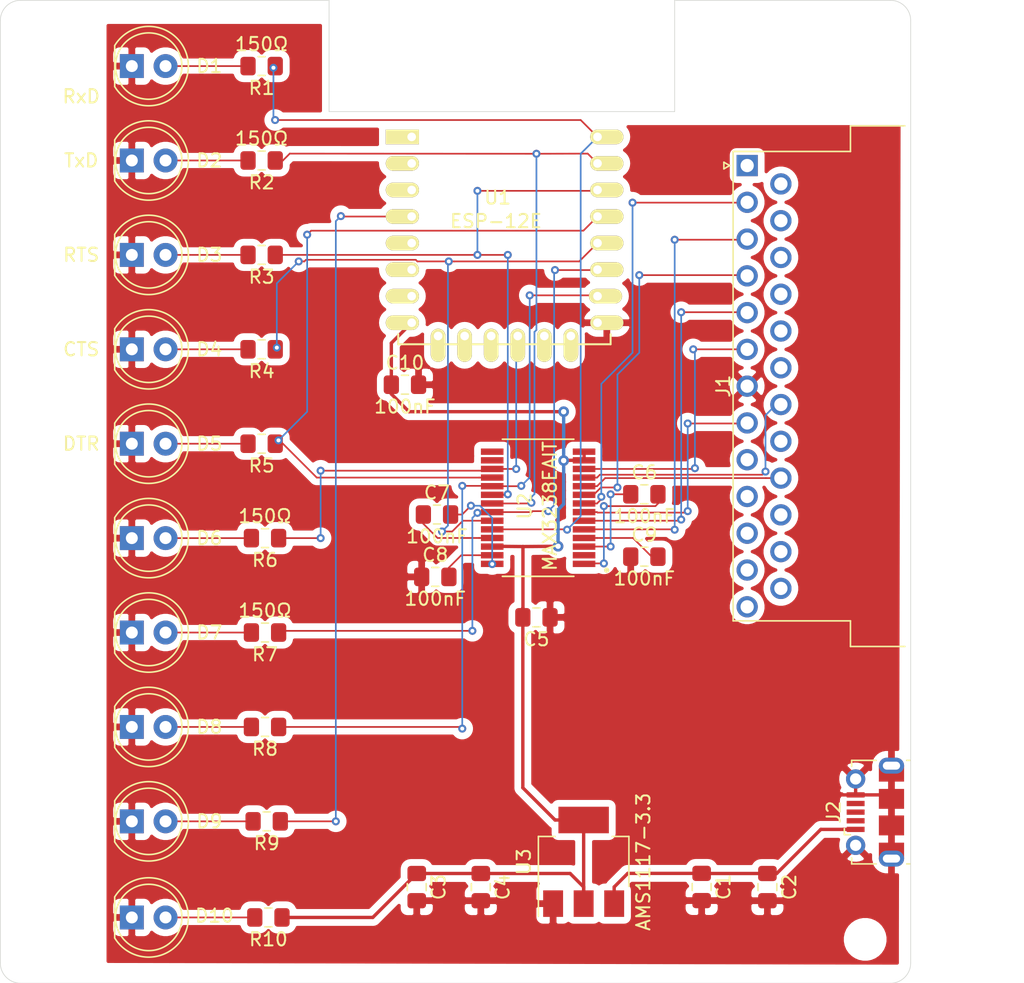
<source format=kicad_pcb>
(kicad_pcb (version 20171130) (host pcbnew "(5.1.5-0-10_14)")
  (layers (0 F.Cu signal) (31 B.Cu signal) (34 B.Paste user) (35 F.Paste user) (36 B.SilkS user) (37 F.SilkS user) (38 B.Mask user) (39 F.Mask user) (44 Edge.Cuts user))
  (net 0 "")
  (net 1 "Net-(D1-Pad2)")
  (net 2 GND)
  (net 3 "Net-(D2-Pad2)")
  (net 4 "Net-(D3-Pad2)")
  (net 5 "Net-(D4-Pad2)")
  (net 6 "Net-(D5-Pad2)")
  (net 7 "Net-(D6-Pad2)")
  (net 8 "Net-(D7-Pad2)")
  (net 9 "Net-(D8-Pad2)")
  (net 10 /TxD)
  (net 11 "Net-(J1-Pad1)")
  (net 12 /RxD)
  (net 13 /RTS)
  (net 14 /CTS)
  (net 15 /DTR)
  (net 16 /DSR)
  (net 17 /CD)
  (net 18 /RI)
  (net 19 "Net-(U1-Pad3)")
  (net 20 "Net-(U1-Pad1)")
  (net 21 "Net-(J1-Pad2)")
  (net 22 "Net-(J1-Pad6)")
  (net 23 "Net-(J1-Pad20)")
  (net 24 "Net-(J1-Pad22)")
  (net 25 "Net-(J1-Pad4)")
  (net 26 "Net-(J1-Pad8)")
  (net 27 "Net-(J1-Pad5)")
  (net 28 "Net-(J1-Pad3)")
  (net 29 "Net-(J1-Pad25)")
  (net 30 "Net-(J1-Pad24)")
  (net 31 "Net-(J1-Pad23)")
  (net 32 "Net-(J1-Pad21)")
  (net 33 "Net-(J1-Pad19)")
  (net 34 "Net-(J1-Pad18)")
  (net 35 "Net-(J1-Pad17)")
  (net 36 "Net-(J1-Pad16)")
  (net 37 "Net-(J1-Pad15)")
  (net 38 "Net-(J1-Pad14)")
  (net 39 "Net-(J1-Pad13)")
  (net 40 "Net-(J1-Pad12)")
  (net 41 "Net-(J1-Pad11)")
  (net 42 "Net-(J1-Pad10)")
  (net 43 "Net-(J1-Pad9)")
  (net 44 "Net-(C1-Pad1)")
  (net 45 +3V3)
  (net 46 "Net-(C6-Pad2)")
  (net 47 "Net-(C6-Pad1)")
  (net 48 "Net-(C8-Pad2)")
  (net 49 "Net-(C9-Pad2)")
  (net 50 "Net-(D9-Pad2)")
  (net 51 "Net-(D10-Pad2)")
  (net 52 "Net-(J2-Pad3)")
  (net 53 "Net-(J2-Pad4)")
  (net 54 "Net-(J2-Pad2)")
  (net 55 "Net-(U1-Pad22)")
  (net 56 "Net-(U1-Pad21)")
  (net 57 "Net-(U1-Pad19)")
  (net 58 "Net-(U1-Pad18)")
  (net 59 "Net-(U1-Pad17)")
  (net 60 "Net-(U1-Pad7)")
  (net 61 "Net-(U1-Pad6)")
  (net 62 "Net-(U1-Pad5)")
  (net 63 "Net-(U1-Pad2)")
  (net 64 "Net-(U2-Pad16)")
  (net 65 "Net-(U2-Pad15)")
  (net 66 "Net-(R9-Pad1)")
  (net 67 "Net-(C7-Pad2)")
  (net 68 "Net-(C7-Pad1)")
  (module MountingHole:MountingHole_2.2mm_M2_DIN965 (layer F.Cu) (at 175.768 66.548)
    (fp_text reference REF** hide)
    (fp_text value MountingHole_2.2mm_M2_DIN965 hide)
    (pad 1 np_thru_hole circle (at 0 0) (size 2.2 2.2) (drill 2.2) (layers *.Cu *.Mask))
  )
  (module MountingHole:MountingHole_2.2mm_M2_DIN965 (layer F.Cu) (at 114.3 67.056)
    (fp_text reference REF** hide)
    (fp_text value MountingHole_2.2mm_M2_DIN965 hide)
    (pad 1 np_thru_hole circle (at 0 0) (size 2.2 2.2) (drill 2.2) (layers *.Cu *.Mask))
  )
  (module MountingHole:MountingHole_2.2mm_M2_DIN965 (layer F.Cu) (at 113.792 134.112)
    (fp_text reference REF** hide)
    (fp_text value MountingHole_2.2mm_M2_DIN965 hide)
    (pad 1 np_thru_hole circle (at 0 0) (size 2.2 2.2) (drill 2.2) (layers *.Cu *.Mask))
  )
  (module MountingHole:MountingHole_2.2mm_M2_DIN965 (layer F.Cu) (at 175.768 134.112)
    (fp_text reference REF** hide)
    (fp_text value MountingHole_2.2mm_M2_DIN965 hide)
    (pad 1 np_thru_hole circle (at 0 0) (size 2.2 2.2) (drill 2.2) (layers *.Cu *.Mask))
  )
  (module Resistor_SMD:R_0805_2012Metric_Pad1.15x1.40mm_HandSolder (layer F.Cu) (at 130.556 103.886 180)
    (fp_text reference R6 (at 0 -1.65) (layer F.SilkS))
    (fp_text value 150Ω (at 0 1.65) (layer F.SilkS))
    (pad 2 smd roundrect (at 1.025 0 180) (size 1.15 1.4) (layers F.Cu F.Paste F.Mask) (roundrect_rratio 0.217391) (net 7 "Net-(D6-Pad2)"))
    (pad 1 smd roundrect (at -1.025 0 180) (size 1.15 1.4) (layers F.Cu F.Paste F.Mask) (roundrect_rratio 0.217391) (net 16 /DSR))
  )
  (module Capacitor_SMD:C_0805_2012Metric_Pad1.15x1.40mm_HandSolder (layer F.Cu) (at 141.097 92.329)
    (fp_text reference C10 (at 0 -1.65) (layer F.SilkS))
    (fp_text value 100nF (at 0 1.65) (layer F.SilkS))
    (pad 2 smd roundrect (at 1.025 0) (size 1.15 1.4) (layers F.Cu F.Paste F.Mask) (roundrect_rratio 0.217391) (net 2 GND))
    (pad 1 smd roundrect (at -1.025 0) (size 1.15 1.4) (layers F.Cu F.Paste F.Mask) (roundrect_rratio 0.217391) (net 45 +3V3))
  )
  (module Package_TO_SOT_SMD:SOT-223-3_TabPin2 (layer F.Cu) (at 154.559 128.27 90)
    (fp_text reference U3 (at 0 -4.5 90) (layer F.SilkS))
    (fp_text value AMS1117-3.3 (at 0 4.5 90) (layer F.SilkS))
    (pad 1 smd rect (at -3.15 -2.3 90) (size 2 1.5) (layers F.Cu F.Paste F.Mask) (net 2 GND))
    (pad 3 smd rect (at -3.15 2.3 90) (size 2 1.5) (layers F.Cu F.Paste F.Mask) (net 44 "Net-(C1-Pad1)"))
    (pad 2 smd rect (at -3.15 0 90) (size 2 1.5) (layers F.Cu F.Paste F.Mask) (net 45 +3V3))
    (pad 2 smd rect (at 3.15 0 90) (size 2 3.8) (layers F.Cu F.Paste F.Mask) (net 45 +3V3))
  )
  (module Resistor_SMD:R_0805_2012Metric_Pad1.15x1.40mm_HandSolder (layer F.Cu) (at 130.683 125.222 180)
    (fp_text reference R9 (at 0 -1.65) (layer F.SilkS))
    (fp_text value 150Ω)
    (pad 2 smd roundrect (at 1.025 0 180) (size 1.15 1.4) (layers F.Cu F.Paste F.Mask) (roundrect_rratio 0.217391) (net 50 "Net-(D9-Pad2)"))
    (pad 1 smd roundrect (at -1.025 0 180) (size 1.15 1.4) (layers F.Cu F.Paste F.Mask) (roundrect_rratio 0.217391) (net 66 "Net-(R9-Pad1)"))
  )
  (module Resistor_SMD:R_0805_2012Metric_Pad1.15x1.40mm_HandSolder (layer F.Cu) (at 130.81 132.461 180)
    (fp_text reference R10 (at 0 -1.65) (layer F.SilkS))
    (fp_text value 150Ω)
    (pad 2 smd roundrect (at 1.025 0 180) (size 1.15 1.4) (layers F.Cu F.Paste F.Mask) (roundrect_rratio 0.217391) (net 51 "Net-(D10-Pad2)"))
    (pad 1 smd roundrect (at -1.025 0 180) (size 1.15 1.4) (layers F.Cu F.Paste F.Mask) (roundrect_rratio 0.217391) (net 45 +3V3))
  )
  (module Connector_USB:USB_Micro-B_Molex-105017-0001 (layer F.Cu) (at 176.510841 124.528236 90)
    (fp_text reference J2 (at 0 -3.1125 90) (layer F.SilkS))
    (fp_text value USB_B_Micro)
    (pad 6 smd rect (at -2.9 1.2375 90) (size 1.2 1.9) (layers F.Cu F.Mask) (net 2 GND))
    (pad 6 smd rect (at 2.9 1.2375 90) (size 1.2 1.9) (layers F.Cu F.Mask) (net 2 GND))
    (pad 6 thru_hole oval (at 3.5 1.2375 90) (size 1.2 1.9) (drill oval 0.6 1.3) (layers *.Cu *.Mask) (net 2 GND))
    (pad 6 thru_hole oval (at -3.5 1.2375 270) (size 1.2 1.9) (drill oval 0.6 1.3) (layers *.Cu *.Mask) (net 2 GND))
    (pad 6 smd rect (at -1 1.2375 90) (size 1.5 1.9) (layers F.Cu F.Paste F.Mask) (net 2 GND))
    (pad 6 thru_hole circle (at 2.5 -1.4625 90) (size 1.45 1.45) (drill 0.85) (layers *.Cu *.Mask) (net 2 GND))
    (pad 3 smd rect (at 0 -1.4625 90) (size 0.4 1.35) (layers F.Cu F.Paste F.Mask) (net 52 "Net-(J2-Pad3)"))
    (pad 4 smd rect (at 0.65 -1.4625 90) (size 0.4 1.35) (layers F.Cu F.Paste F.Mask) (net 53 "Net-(J2-Pad4)"))
    (pad 5 smd rect (at 1.3 -1.4625 90) (size 0.4 1.35) (layers F.Cu F.Paste F.Mask) (net 2 GND))
    (pad 1 smd rect (at -1.3 -1.4625 90) (size 0.4 1.35) (layers F.Cu F.Paste F.Mask) (net 44 "Net-(C1-Pad1)"))
    (pad 2 smd rect (at -0.65 -1.4625 90) (size 0.4 1.35) (layers F.Cu F.Paste F.Mask) (net 54 "Net-(J2-Pad2)"))
    (pad 6 thru_hole circle (at -2.5 -1.4625 90) (size 1.45 1.45) (drill 0.85) (layers *.Cu *.Mask) (net 2 GND))
    (pad 6 smd rect (at 1 1.2375 90) (size 1.5 1.9) (layers F.Cu F.Paste F.Mask) (net 2 GND))
  )
  (module LED_THT:LED_D5.0mm (layer F.Cu) (at 120.523 132.461)
    (fp_text reference D10 (at 6.223 -0.127) (layer F.SilkS))
    (fp_text value POWER)
    (pad 2 thru_hole circle (at 2.54 0) (size 1.8 1.8) (drill 0.9) (layers *.Cu *.Mask) (net 51 "Net-(D10-Pad2)"))
    (pad 1 thru_hole rect (at 0 0) (size 1.8 1.8) (drill 0.9) (layers *.Cu *.Mask) (net 2 GND))
  )
  (module LED_THT:LED_D5.0mm (layer F.Cu) (at 120.523 125.222)
    (fp_text reference D9 (at 5.842 0) (layer F.SilkS))
    (fp_text value STATUS)
    (pad 2 thru_hole circle (at 2.54 0) (size 1.8 1.8) (drill 0.9) (layers *.Cu *.Mask) (net 50 "Net-(D9-Pad2)"))
    (pad 1 thru_hole rect (at 0 0) (size 1.8 1.8) (drill 0.9) (layers *.Cu *.Mask) (net 2 GND))
  )
  (module Capacitor_SMD:C_0805_2012Metric_Pad1.15x1.40mm_HandSolder (layer F.Cu) (at 159.131 105.283)
    (fp_text reference C9 (at 0 -1.65) (layer F.SilkS))
    (fp_text value 100nF (at 0 1.65) (layer F.SilkS))
    (pad 2 smd roundrect (at 1.025 0) (size 1.15 1.4) (layers F.Cu F.Paste F.Mask) (roundrect_rratio 0.217391) (net 49 "Net-(C9-Pad2)"))
    (pad 1 smd roundrect (at -1.025 0) (size 1.15 1.4) (layers F.Cu F.Paste F.Mask) (roundrect_rratio 0.217391) (net 2 GND))
  )
  (module Capacitor_SMD:C_0805_2012Metric_Pad1.15x1.40mm_HandSolder (layer F.Cu) (at 143.383 106.807)
    (fp_text reference C8 (at 0 -1.65) (layer F.SilkS))
    (fp_text value 100nF (at 0 1.65) (layer F.SilkS))
    (pad 2 smd roundrect (at 1.025 0) (size 1.15 1.4) (layers F.Cu F.Paste F.Mask) (roundrect_rratio 0.217391) (net 48 "Net-(C8-Pad2)"))
    (pad 1 smd roundrect (at -1.025 0) (size 1.15 1.4) (layers F.Cu F.Paste F.Mask) (roundrect_rratio 0.217391) (net 2 GND))
  )
  (module Capacitor_SMD:C_0805_2012Metric_Pad1.15x1.40mm_HandSolder (layer F.Cu) (at 151.003 109.855 180)
    (fp_text reference C5 (at 0 -1.65) (layer F.SilkS))
    (fp_text value 100nF)
    (pad 2 smd roundrect (at 1.025 0 180) (size 1.15 1.4) (layers F.Cu F.Paste F.Mask) (roundrect_rratio 0.217391) (net 45 +3V3))
    (pad 1 smd roundrect (at -1.025 0 180) (size 1.15 1.4) (layers F.Cu F.Paste F.Mask) (roundrect_rratio 0.217391) (net 2 GND))
  )
  (module Capacitor_SMD:C_0805_2012Metric_Pad1.15x1.40mm_HandSolder (layer F.Cu) (at 143.51 102.108)
    (fp_text reference C7 (at 0 -1.65) (layer F.SilkS))
    (fp_text value 100nF (at 0 1.65) (layer F.SilkS))
    (pad 2 smd roundrect (at 1.025 0) (size 1.15 1.4) (layers F.Cu F.Paste F.Mask) (roundrect_rratio 0.217391) (net 67 "Net-(C7-Pad2)"))
    (pad 1 smd roundrect (at -1.025 0) (size 1.15 1.4) (layers F.Cu F.Paste F.Mask) (roundrect_rratio 0.217391) (net 68 "Net-(C7-Pad1)"))
  )
  (module Capacitor_SMD:C_0805_2012Metric_Pad1.15x1.40mm_HandSolder (layer F.Cu) (at 159.131 100.584)
    (fp_text reference C6 (at 0 -1.65) (layer F.SilkS))
    (fp_text value 100nF (at 0 1.65) (layer F.SilkS))
    (pad 2 smd roundrect (at 1.025 0) (size 1.15 1.4) (layers F.Cu F.Paste F.Mask) (roundrect_rratio 0.217391) (net 46 "Net-(C6-Pad2)"))
    (pad 1 smd roundrect (at -1.025 0) (size 1.15 1.4) (layers F.Cu F.Paste F.Mask) (roundrect_rratio 0.217391) (net 47 "Net-(C6-Pad1)"))
  )
  (module Capacitor_SMD:C_0805_2012Metric_Pad1.15x1.40mm_HandSolder (layer F.Cu) (at 146.812 130.175 270)
    (fp_text reference C4 (at 0 -1.65 90) (layer F.SilkS))
    (fp_text value 100nF)
    (pad 2 smd roundrect (at 1.025 0 270) (size 1.15 1.4) (layers F.Cu F.Paste F.Mask) (roundrect_rratio 0.217391) (net 2 GND))
    (pad 1 smd roundrect (at -1.025 0 270) (size 1.15 1.4) (layers F.Cu F.Paste F.Mask) (roundrect_rratio 0.217391) (net 45 +3V3))
  )
  (module Capacitor_SMD:C_0805_2012Metric_Pad1.15x1.40mm_HandSolder (layer F.Cu) (at 141.986 130.175 270)
    (fp_text reference C3 (at 0 -1.65 90) (layer F.SilkS))
    (fp_text value 10µF)
    (pad 2 smd roundrect (at 1.025 0 270) (size 1.15 1.4) (layers F.Cu F.Paste F.Mask) (roundrect_rratio 0.217391) (net 2 GND))
    (pad 1 smd roundrect (at -1.025 0 270) (size 1.15 1.4) (layers F.Cu F.Paste F.Mask) (roundrect_rratio 0.217391) (net 45 +3V3))
  )
  (module Capacitor_SMD:C_0805_2012Metric_Pad1.15x1.40mm_HandSolder (layer F.Cu) (at 168.402 130.175 270)
    (fp_text reference C2 (at 0 -1.65 90) (layer F.SilkS))
    (fp_text value 100nF)
    (pad 2 smd roundrect (at 1.025 0 270) (size 1.15 1.4) (layers F.Cu F.Paste F.Mask) (roundrect_rratio 0.217391) (net 2 GND))
    (pad 1 smd roundrect (at -1.025 0 270) (size 1.15 1.4) (layers F.Cu F.Paste F.Mask) (roundrect_rratio 0.217391) (net 44 "Net-(C1-Pad1)"))
  )
  (module Capacitor_SMD:C_0805_2012Metric_Pad1.15x1.40mm_HandSolder (layer F.Cu) (at 163.449 130.166 270)
    (fp_text reference C1 (at 0 -1.65 90) (layer F.SilkS))
    (fp_text value 10µF)
    (pad 2 smd roundrect (at 1.025 0 270) (size 1.15 1.4) (layers F.Cu F.Paste F.Mask) (roundrect_rratio 0.217391) (net 2 GND))
    (pad 1 smd roundrect (at -1.025 0 270) (size 1.15 1.4) (layers F.Cu F.Paste F.Mask) (roundrect_rratio 0.217391) (net 44 "Net-(C1-Pad1)"))
  )
  (module Connector_Dsub:DSUB-25_Female_Horizontal_P2.77x2.54mm_EdgePinOffset9.40mm (layer F.Cu) (at 166.878 75.819 90)
    (fp_text reference J1 (at -16.62 -1.8 90) (layer F.SilkS))
    (fp_text value DB25_Female)
    (pad 25 thru_hole circle (at -31.855 2.54 90) (size 1.6 1.6) (drill 1) (layers *.Cu *.Mask) (net 29 "Net-(J1-Pad25)"))
    (pad 24 thru_hole circle (at -29.085 2.54 90) (size 1.6 1.6) (drill 1) (layers *.Cu *.Mask) (net 30 "Net-(J1-Pad24)"))
    (pad 23 thru_hole circle (at -26.315 2.54 90) (size 1.6 1.6) (drill 1) (layers *.Cu *.Mask) (net 31 "Net-(J1-Pad23)"))
    (pad 22 thru_hole circle (at -23.545 2.54 90) (size 1.6 1.6) (drill 1) (layers *.Cu *.Mask) (net 24 "Net-(J1-Pad22)"))
    (pad 21 thru_hole circle (at -20.775 2.54 90) (size 1.6 1.6) (drill 1) (layers *.Cu *.Mask) (net 32 "Net-(J1-Pad21)"))
    (pad 20 thru_hole circle (at -18.005 2.54 90) (size 1.6 1.6) (drill 1) (layers *.Cu *.Mask) (net 23 "Net-(J1-Pad20)"))
    (pad 19 thru_hole circle (at -15.235 2.54 90) (size 1.6 1.6) (drill 1) (layers *.Cu *.Mask) (net 33 "Net-(J1-Pad19)"))
    (pad 18 thru_hole circle (at -12.465 2.54 90) (size 1.6 1.6) (drill 1) (layers *.Cu *.Mask) (net 34 "Net-(J1-Pad18)"))
    (pad 17 thru_hole circle (at -9.695 2.54 90) (size 1.6 1.6) (drill 1) (layers *.Cu *.Mask) (net 35 "Net-(J1-Pad17)"))
    (pad 16 thru_hole circle (at -6.925 2.54 90) (size 1.6 1.6) (drill 1) (layers *.Cu *.Mask) (net 36 "Net-(J1-Pad16)"))
    (pad 15 thru_hole circle (at -4.155 2.54 90) (size 1.6 1.6) (drill 1) (layers *.Cu *.Mask) (net 37 "Net-(J1-Pad15)"))
    (pad 14 thru_hole circle (at -1.385 2.54 90) (size 1.6 1.6) (drill 1) (layers *.Cu *.Mask) (net 38 "Net-(J1-Pad14)"))
    (pad 13 thru_hole circle (at -33.24 0 90) (size 1.6 1.6) (drill 1) (layers *.Cu *.Mask) (net 39 "Net-(J1-Pad13)"))
    (pad 12 thru_hole circle (at -30.47 0 90) (size 1.6 1.6) (drill 1) (layers *.Cu *.Mask) (net 40 "Net-(J1-Pad12)"))
    (pad 11 thru_hole circle (at -27.7 0 90) (size 1.6 1.6) (drill 1) (layers *.Cu *.Mask) (net 41 "Net-(J1-Pad11)"))
    (pad 10 thru_hole circle (at -24.93 0 90) (size 1.6 1.6) (drill 1) (layers *.Cu *.Mask) (net 42 "Net-(J1-Pad10)"))
    (pad 9 thru_hole circle (at -22.16 0 90) (size 1.6 1.6) (drill 1) (layers *.Cu *.Mask) (net 43 "Net-(J1-Pad9)"))
    (pad 8 thru_hole circle (at -19.39 0 90) (size 1.6 1.6) (drill 1) (layers *.Cu *.Mask) (net 26 "Net-(J1-Pad8)"))
    (pad 7 thru_hole circle (at -16.62 0 90) (size 1.6 1.6) (drill 1) (layers *.Cu *.Mask) (net 2 GND))
    (pad 6 thru_hole circle (at -13.85 0 90) (size 1.6 1.6) (drill 1) (layers *.Cu *.Mask) (net 22 "Net-(J1-Pad6)"))
    (pad 5 thru_hole circle (at -11.08 0 90) (size 1.6 1.6) (drill 1) (layers *.Cu *.Mask) (net 27 "Net-(J1-Pad5)"))
    (pad 4 thru_hole circle (at -8.31 0 90) (size 1.6 1.6) (drill 1) (layers *.Cu *.Mask) (net 25 "Net-(J1-Pad4)"))
    (pad 3 thru_hole circle (at -5.54 0 90) (size 1.6 1.6) (drill 1) (layers *.Cu *.Mask) (net 28 "Net-(J1-Pad3)"))
    (pad 2 thru_hole circle (at -2.77 0 90) (size 1.6 1.6) (drill 1) (layers *.Cu *.Mask) (net 21 "Net-(J1-Pad2)"))
    (pad 1 thru_hole rect (at 0 0 90) (size 1.6 1.6) (drill 1) (layers *.Cu *.Mask) (net 11 "Net-(J1-Pad1)"))
  )
  (module LED_THT:LED_D5.0mm (layer F.Cu) (at 120.523 118.11)
    (fp_text reference D8 (at 5.842 0) (layer F.SilkS))
    (fp_text value RI)
    (pad 2 thru_hole circle (at 2.54 0) (size 1.8 1.8) (drill 0.9) (layers *.Cu *.Mask) (net 9 "Net-(D8-Pad2)"))
    (pad 1 thru_hole rect (at 0 0) (size 1.8 1.8) (drill 0.9) (layers *.Cu *.Mask) (net 2 GND))
  )
  (module ESP8266:ESP-12E (layer F.Cu) (at 141.605 73.66)
    (fp_text reference U1 (at 6.477 4.572) (layer F.SilkS))
    (fp_text value ESP-12E (at 6.35 6.35) (layer F.SilkS))
    (pad 22 thru_hole oval (at 11.99 15 90) (size 2.5 1.1) (drill 0.65 (offset -0.7 0)) (layers *.Cu *.Mask F.SilkS) (net 55 "Net-(U1-Pad22)"))
    (pad 21 thru_hole oval (at 9.99 15 90) (size 2.5 1.1) (drill 0.65 (offset -0.7 0)) (layers *.Cu *.Mask F.SilkS) (net 56 "Net-(U1-Pad21)"))
    (pad 20 thru_hole oval (at 7.99 15 90) (size 2.5 1.1) (drill 0.65 (offset -0.7 0)) (layers *.Cu *.Mask F.SilkS) (net 16 /DSR))
    (pad 19 thru_hole oval (at 5.99 15 90) (size 2.5 1.1) (drill 0.65 (offset -0.7 0)) (layers *.Cu *.Mask F.SilkS) (net 57 "Net-(U1-Pad19)"))
    (pad 18 thru_hole oval (at 3.99 15 90) (size 2.5 1.1) (drill 0.65 (offset -0.7 0)) (layers *.Cu *.Mask F.SilkS) (net 58 "Net-(U1-Pad18)"))
    (pad 17 thru_hole oval (at 1.99 15 90) (size 2.5 1.1) (drill 0.65 (offset -0.7 0)) (layers *.Cu *.Mask F.SilkS) (net 59 "Net-(U1-Pad17)"))
    (pad 16 thru_hole oval (at 14 0) (size 2.5 1.1) (drill 0.65 (offset 0.7 0)) (layers *.Cu *.Mask F.SilkS) (net 12 /RxD))
    (pad 15 thru_hole oval (at 14 2) (size 2.5 1.1) (drill 0.65 (offset 0.7 0)) (layers *.Cu *.Mask F.SilkS) (net 10 /TxD))
    (pad 14 thru_hole oval (at 14 4) (size 2.5 1.1) (drill 0.65 (offset 0.7 0)) (layers *.Cu *.Mask F.SilkS) (net 13 /RTS))
    (pad 13 thru_hole oval (at 14 6) (size 2.5 1.1) (drill 0.65 (offset 0.7 0)) (layers *.Cu *.Mask F.SilkS) (net 15 /DTR))
    (pad 12 thru_hole oval (at 14 8) (size 2.5 1.1) (drill 0.65 (offset 0.7 0)) (layers *.Cu *.Mask F.SilkS) (net 14 /CTS))
    (pad 11 thru_hole oval (at 14 10) (size 2.5 1.1) (drill 0.65 (offset 0.7 0)) (layers *.Cu *.Mask F.SilkS) (net 17 /CD))
    (pad 10 thru_hole oval (at 14 12) (size 2.5 1.1) (drill 0.65 (offset 0.6 0)) (layers *.Cu *.Mask F.SilkS) (net 18 /RI))
    (pad 9 thru_hole oval (at 14 14) (size 2.5 1.1) (drill 0.65 (offset 0.7 0)) (layers *.Cu *.Mask F.SilkS) (net 2 GND))
    (pad 8 thru_hole oval (at 0 14) (size 2.5 1.1) (drill 0.65 (offset -0.7 0)) (layers *.Cu *.Mask F.SilkS) (net 45 +3V3))
    (pad 7 thru_hole oval (at 0 12) (size 2.5 1.1) (drill 0.65 (offset -0.7 0)) (layers *.Cu *.Mask F.SilkS) (net 60 "Net-(U1-Pad7)"))
    (pad 6 thru_hole oval (at 0 10) (size 2.5 1.1) (drill 0.65 (offset -0.7 0)) (layers *.Cu *.Mask F.SilkS) (net 61 "Net-(U1-Pad6)"))
    (pad 5 thru_hole oval (at 0 8) (size 2.5 1.1) (drill 0.65 (offset -0.7 0)) (layers *.Cu *.Mask F.SilkS) (net 62 "Net-(U1-Pad5)"))
    (pad 4 thru_hole oval (at 0 6) (size 2.5 1.1) (drill 0.65 (offset -0.7 0)) (layers *.Cu *.Mask F.SilkS) (net 66 "Net-(R9-Pad1)"))
    (pad 3 thru_hole oval (at 0 4) (size 2.5 1.1) (drill 0.65 (offset -0.7 0)) (layers *.Cu *.Mask F.SilkS) (net 19 "Net-(U1-Pad3)"))
    (pad 2 thru_hole oval (at 0 2) (size 2.5 1.1) (drill 0.65 (offset -0.7 0)) (layers *.Cu *.Mask F.SilkS) (net 63 "Net-(U1-Pad2)"))
    (pad 1 thru_hole rect (at 0 0) (size 2.5 1.1) (drill 0.65 (offset -0.7 0)) (layers *.Cu *.Mask F.SilkS) (net 20 "Net-(U1-Pad1)"))
  )
  (module MAX3238EAIT:SOP65P777X199-28N (layer F.Cu) (at 151.13 101.6 180)
    (fp_text reference U2 (at 1.016 0.127 90) (layer F.SilkS))
    (fp_text value MAX3238EAIT (at -0.889 0.127 90) (layer F.SilkS))
    (pad 28 smd rect (at 3.46 -4.225 180) (size 1.7 0.48) (layers F.Cu F.Paste F.Mask) (net 67 "Net-(C7-Pad2)"))
    (pad 27 smd rect (at 3.46 -3.575 180) (size 1.7 0.48) (layers F.Cu F.Paste F.Mask) (net 48 "Net-(C8-Pad2)"))
    (pad 26 smd rect (at 3.46 -2.925 180) (size 1.7 0.48) (layers F.Cu F.Paste F.Mask) (net 45 +3V3))
    (pad 25 smd rect (at 3.46 -2.275 180) (size 1.7 0.48) (layers F.Cu F.Paste F.Mask) (net 68 "Net-(C7-Pad1)"))
    (pad 24 smd rect (at 3.46 -1.625 180) (size 1.7 0.48) (layers F.Cu F.Paste F.Mask) (net 12 /RxD))
    (pad 23 smd rect (at 3.46 -0.975 180) (size 1.7 0.48) (layers F.Cu F.Paste F.Mask) (net 14 /CTS))
    (pad 22 smd rect (at 3.46 -0.325 180) (size 1.7 0.48) (layers F.Cu F.Paste F.Mask) (net 17 /CD))
    (pad 21 smd rect (at 3.46 0.325 180) (size 1.7 0.48) (layers F.Cu F.Paste F.Mask) (net 10 /TxD))
    (pad 20 smd rect (at 3.46 0.975 180) (size 1.7 0.48) (layers F.Cu F.Paste F.Mask) (net 13 /RTS))
    (pad 19 smd rect (at 3.46 1.625 180) (size 1.7 0.48) (layers F.Cu F.Paste F.Mask) (net 18 /RI))
    (pad 18 smd rect (at 3.46 2.275 180) (size 1.7 0.48) (layers F.Cu F.Paste F.Mask) (net 15 /DTR))
    (pad 17 smd rect (at 3.46 2.925 180) (size 1.7 0.48) (layers F.Cu F.Paste F.Mask) (net 16 /DSR))
    (pad 16 smd rect (at 3.46 3.575 180) (size 1.7 0.48) (layers F.Cu F.Paste F.Mask) (net 64 "Net-(U2-Pad16)"))
    (pad 15 smd rect (at 3.46 4.225 180) (size 1.7 0.48) (layers F.Cu F.Paste F.Mask) (net 65 "Net-(U2-Pad15)"))
    (pad 14 smd rect (at -3.46 4.225 180) (size 1.7 0.48) (layers F.Cu F.Paste F.Mask) (net 45 +3V3))
    (pad 13 smd rect (at -3.46 3.575 180) (size 1.7 0.48) (layers F.Cu F.Paste F.Mask) (net 45 +3V3))
    (pad 12 smd rect (at -3.46 2.925 180) (size 1.7 0.48) (layers F.Cu F.Paste F.Mask) (net 22 "Net-(J1-Pad6)"))
    (pad 11 smd rect (at -3.46 2.275 180) (size 1.7 0.48) (layers F.Cu F.Paste F.Mask) (net 23 "Net-(J1-Pad20)"))
    (pad 10 smd rect (at -3.46 1.625 180) (size 1.7 0.48) (layers F.Cu F.Paste F.Mask) (net 24 "Net-(J1-Pad22)"))
    (pad 9 smd rect (at -3.46 0.975 180) (size 1.7 0.48) (layers F.Cu F.Paste F.Mask) (net 25 "Net-(J1-Pad4)"))
    (pad 8 smd rect (at -3.46 0.325 180) (size 1.7 0.48) (layers F.Cu F.Paste F.Mask) (net 21 "Net-(J1-Pad2)"))
    (pad 7 smd rect (at -3.46 -0.325 180) (size 1.7 0.48) (layers F.Cu F.Paste F.Mask) (net 26 "Net-(J1-Pad8)"))
    (pad 6 smd rect (at -3.46 -0.975 180) (size 1.7 0.48) (layers F.Cu F.Paste F.Mask) (net 27 "Net-(J1-Pad5)"))
    (pad 5 smd rect (at -3.46 -1.625 180) (size 1.7 0.48) (layers F.Cu F.Paste F.Mask) (net 28 "Net-(J1-Pad3)"))
    (pad 4 smd rect (at -3.46 -2.275 180) (size 1.7 0.48) (layers F.Cu F.Paste F.Mask) (net 49 "Net-(C9-Pad2)"))
    (pad 3 smd rect (at -3.46 -2.925 180) (size 1.7 0.48) (layers F.Cu F.Paste F.Mask) (net 47 "Net-(C6-Pad1)"))
    (pad 2 smd rect (at -3.46 -3.575 180) (size 1.7 0.48) (layers F.Cu F.Paste F.Mask) (net 2 GND))
    (pad 1 smd rect (at -3.46 -4.225 180) (size 1.7 0.48) (layers F.Cu F.Paste F.Mask) (net 46 "Net-(C6-Pad2)"))
  )
  (module Resistor_SMD:R_0805_2012Metric_Pad1.15x1.40mm_HandSolder (layer F.Cu) (at 130.556 118.11 180)
    (fp_text reference R8 (at 0 -1.65) (layer F.SilkS))
    (fp_text value 150Ω)
    (pad 2 smd roundrect (at 1.025 0 180) (size 1.15 1.4) (layers F.Cu F.Paste F.Mask) (roundrect_rratio 0.217391) (net 9 "Net-(D8-Pad2)"))
    (pad 1 smd roundrect (at -1.025 0 180) (size 1.15 1.4) (layers F.Cu F.Paste F.Mask) (roundrect_rratio 0.217391) (net 18 /RI))
  )
  (module Resistor_SMD:R_0805_2012Metric_Pad1.15x1.40mm_HandSolder (layer F.Cu) (at 130.556 110.998 180)
    (fp_text reference R7 (at 0 -1.65) (layer F.SilkS))
    (fp_text value 150Ω (at 0 1.65) (layer F.SilkS))
    (pad 2 smd roundrect (at 1.025 0 180) (size 1.15 1.4) (layers F.Cu F.Paste F.Mask) (roundrect_rratio 0.217391) (net 8 "Net-(D7-Pad2)"))
    (pad 1 smd roundrect (at -1.025 0 180) (size 1.15 1.4) (layers F.Cu F.Paste F.Mask) (roundrect_rratio 0.217391) (net 17 /CD))
  )
  (module Resistor_SMD:R_0805_2012Metric_Pad1.15x1.40mm_HandSolder (layer F.Cu) (at 130.302 96.774 180)
    (fp_text reference R5 (at 0 -1.65) (layer F.SilkS))
    (fp_text value 150Ω)
    (pad 2 smd roundrect (at 1.025 0 180) (size 1.15 1.4) (layers F.Cu F.Paste F.Mask) (roundrect_rratio 0.217391) (net 6 "Net-(D5-Pad2)"))
    (pad 1 smd roundrect (at -1.025 0 180) (size 1.15 1.4) (layers F.Cu F.Paste F.Mask) (roundrect_rratio 0.217391) (net 15 /DTR))
  )
  (module Resistor_SMD:R_0805_2012Metric_Pad1.15x1.40mm_HandSolder (layer F.Cu) (at 130.302 89.662 180)
    (fp_text reference R4 (at 0 -1.65) (layer F.SilkS))
    (fp_text value 150Ω)
    (pad 2 smd roundrect (at 1.025 0 180) (size 1.15 1.4) (layers F.Cu F.Paste F.Mask) (roundrect_rratio 0.217391) (net 5 "Net-(D4-Pad2)"))
    (pad 1 smd roundrect (at -1.025 0 180) (size 1.15 1.4) (layers F.Cu F.Paste F.Mask) (roundrect_rratio 0.217391) (net 14 /CTS))
  )
  (module Resistor_SMD:R_0805_2012Metric_Pad1.15x1.40mm_HandSolder (layer F.Cu) (at 130.302 82.55 180)
    (fp_text reference R3 (at 0 -1.65) (layer F.SilkS))
    (fp_text value 150Ω)
    (pad 2 smd roundrect (at 1.025 0 180) (size 1.15 1.4) (layers F.Cu F.Paste F.Mask) (roundrect_rratio 0.217391) (net 4 "Net-(D3-Pad2)"))
    (pad 1 smd roundrect (at -1.025 0 180) (size 1.15 1.4) (layers F.Cu F.Paste F.Mask) (roundrect_rratio 0.217391) (net 13 /RTS))
  )
  (module Resistor_SMD:R_0805_2012Metric_Pad1.15x1.40mm_HandSolder (layer F.Cu) (at 130.302 75.438 180)
    (fp_text reference R2 (at 0 -1.65) (layer F.SilkS))
    (fp_text value 150Ω (at 0 1.65) (layer F.SilkS))
    (pad 2 smd roundrect (at 1.025 0 180) (size 1.15 1.4) (layers F.Cu F.Paste F.Mask) (roundrect_rratio 0.217391) (net 3 "Net-(D2-Pad2)"))
    (pad 1 smd roundrect (at -1.025 0 180) (size 1.15 1.4) (layers F.Cu F.Paste F.Mask) (roundrect_rratio 0.217391) (net 10 /TxD))
  )
  (module Resistor_SMD:R_0805_2012Metric_Pad1.15x1.40mm_HandSolder (layer F.Cu) (at 130.302 68.326 180)
    (fp_text reference R1 (at 0 -1.65) (layer F.SilkS))
    (fp_text value 150Ω (at 0 1.65) (layer F.SilkS))
    (pad 2 smd roundrect (at 1.025 0 180) (size 1.15 1.4) (layers F.Cu F.Paste F.Mask) (roundrect_rratio 0.217391) (net 1 "Net-(D1-Pad2)"))
    (pad 1 smd roundrect (at -1.025 0 180) (size 1.15 1.4) (layers F.Cu F.Paste F.Mask) (roundrect_rratio 0.217391) (net 12 /RxD))
  )
  (module LED_THT:LED_D5.0mm (layer F.Cu) (at 120.523 110.998)
    (fp_text reference D7 (at 5.842 0) (layer F.SilkS))
    (fp_text value CD)
    (pad 2 thru_hole circle (at 2.54 0) (size 1.8 1.8) (drill 0.9) (layers *.Cu *.Mask) (net 8 "Net-(D7-Pad2)"))
    (pad 1 thru_hole rect (at 0 0) (size 1.8 1.8) (drill 0.9) (layers *.Cu *.Mask) (net 2 GND))
  )
  (module LED_THT:LED_D5.0mm (layer F.Cu) (at 120.523 103.886)
    (fp_text reference D6 (at 5.842 0) (layer F.SilkS))
    (fp_text value DSR)
    (pad 2 thru_hole circle (at 2.54 0) (size 1.8 1.8) (drill 0.9) (layers *.Cu *.Mask) (net 7 "Net-(D6-Pad2)"))
    (pad 1 thru_hole rect (at 0 0) (size 1.8 1.8) (drill 0.9) (layers *.Cu *.Mask) (net 2 GND))
  )
  (module LED_THT:LED_D5.0mm (layer F.Cu) (at 120.523 96.774)
    (fp_text reference D5 (at 5.842 0) (layer F.SilkS))
    (fp_text value DTR (at -3.81 0) (layer F.SilkS))
    (pad 2 thru_hole circle (at 2.54 0) (size 1.8 1.8) (drill 0.9) (layers *.Cu *.Mask) (net 6 "Net-(D5-Pad2)"))
    (pad 1 thru_hole rect (at 0 0) (size 1.8 1.8) (drill 0.9) (layers *.Cu *.Mask) (net 2 GND))
  )
  (module LED_THT:LED_D5.0mm (layer F.Cu) (at 120.523 89.662)
    (fp_text reference D4 (at 5.842 0) (layer F.SilkS))
    (fp_text value CTS (at -3.81 0) (layer F.SilkS))
    (pad 2 thru_hole circle (at 2.54 0) (size 1.8 1.8) (drill 0.9) (layers *.Cu *.Mask) (net 5 "Net-(D4-Pad2)"))
    (pad 1 thru_hole rect (at 0 0) (size 1.8 1.8) (drill 0.9) (layers *.Cu *.Mask) (net 2 GND))
  )
  (module LED_THT:LED_D5.0mm (layer F.Cu) (at 120.523 82.55)
    (fp_text reference D3 (at 5.842 0) (layer F.SilkS))
    (fp_text value RTS (at -3.81 0) (layer F.SilkS))
    (pad 2 thru_hole circle (at 2.54 0) (size 1.8 1.8) (drill 0.9) (layers *.Cu *.Mask) (net 4 "Net-(D3-Pad2)"))
    (pad 1 thru_hole rect (at 0 0) (size 1.8 1.8) (drill 0.9) (layers *.Cu *.Mask) (net 2 GND))
  )
  (module LED_THT:LED_D5.0mm (layer F.Cu) (at 120.523 75.438)
    (fp_text reference D2 (at 5.842 0) (layer F.SilkS))
    (fp_text value TxD (at -3.81 0) (layer F.SilkS))
    (pad 2 thru_hole circle (at 2.54 0) (size 1.8 1.8) (drill 0.9) (layers *.Cu *.Mask) (net 3 "Net-(D2-Pad2)"))
    (pad 1 thru_hole rect (at 0 0) (size 1.8 1.8) (drill 0.9) (layers *.Cu *.Mask) (net 2 GND))
  )
  (module LED_THT:LED_D5.0mm (layer F.Cu) (at 120.523 68.326)
    (fp_text reference D1 (at 5.842 0) (layer F.SilkS))
    (fp_text value RxD (at -3.81 2.286) (layer F.SilkS))
    (pad 2 thru_hole circle (at 2.54 0) (size 1.8 1.8) (drill 0.9) (layers *.Cu *.Mask) (net 1 "Net-(D1-Pad2)"))
    (pad 1 thru_hole rect (at 0 0) (size 1.8 1.8) (drill 0.9) (layers *.Cu *.Mask) (net 2 GND))
  )
  (gr_line (start 112.141 63.373) (end 135.382 63.373) (layer Edge.Cuts) (width 0.05))
  (gr_line (start 177.673 63.373) (end 161.417 63.373) (layer Edge.Cuts) (width 0.05))
  (gr_line (start 161.417 71.755) (end 161.417 63.373) (layer Edge.Cuts) (width 0.05))
  (gr_line (start 135.382 71.755) (end 161.417 71.755) (layer Edge.Cuts) (width 0.05))
  (gr_line (start 135.382 63.373) (end 135.382 71.755) (layer Edge.Cuts) (width 0.05))
  (gr_line (start 179.197 135.89) (end 179.197 64.897) (layer Edge.Cuts) (width 0.05))
  (gr_line (start 112.141 137.414) (end 177.673 137.414) (layer Edge.Cuts) (width 0.05))
  (gr_line (start 110.617 64.897) (end 110.617 135.89) (layer Edge.Cuts) (width 0.05))
  (gr_arc (start 112.141 135.89) (end 110.617 135.89) (angle -90) (layer Edge.Cuts) (width 0.05))
  (gr_arc (start 177.673 135.89) (end 177.673 137.414) (angle -90) (layer Edge.Cuts) (width 0.05))
  (gr_arc (start 177.673 64.897) (end 179.197 64.897) (angle -90) (layer Edge.Cuts) (width 0.05))
  (gr_arc (start 112.141 64.897) (end 112.141 63.373) (angle -90) (layer Edge.Cuts) (width 0.05))
  (segment (start 129.277 68.326) (end 123.063 68.326) (width 0.127) (layer F.Cu) (net 1))
  (segment (start 129.277 75.438) (end 123.063 75.438) (width 0.127) (layer F.Cu) (net 3))
  (segment (start 129.277 82.55) (end 123.063 82.55) (width 0.127) (layer F.Cu) (net 4))
  (segment (start 129.277 89.662) (end 123.063 89.662) (width 0.127) (layer F.Cu) (net 5))
  (segment (start 129.277 96.774) (end 123.063 96.774) (width 0.127) (layer F.Cu) (net 6))
  (segment (start 123.063 103.886) (end 129.531 103.886) (width 0.127) (layer F.Cu) (net 7))
  (segment (start 128.956 110.998) (end 123.063 110.998) (width 0.127) (layer F.Cu) (net 8))
  (segment (start 129.531 110.998) (end 128.956 110.998) (width 0.127) (layer F.Cu) (net 8))
  (segment (start 129.531 118.11) (end 123.063 118.11) (width 0.127) (layer F.Cu) (net 9))
  (segment (start 154.86449 74.91949) (end 155.605 75.66) (width 0.127) (layer F.Cu) (net 10))
  (segment (start 131.902 75.438) (end 132.42051 74.91949) (width 0.127) (layer F.Cu) (net 10))
  (segment (start 131.327 75.438) (end 131.902 75.438) (width 0.127) (layer F.Cu) (net 10))
  (via (at 150.622 101.219) (size 0.6) (drill 0.3) (layers F.Cu B.Cu) (net 10))
  (segment (start 150.566 101.275) (end 150.622 101.219) (width 0.127) (layer F.Cu) (net 10))
  (segment (start 147.67 101.275) (end 150.566 101.275) (width 0.127) (layer F.Cu) (net 10))
  (via (at 151.003 74.93) (size 0.6) (drill 0.3) (layers F.Cu B.Cu) (net 10))
  (segment (start 151.003 88.204761) (end 151.003 74.93) (width 0.127) (layer B.Cu) (net 10))
  (segment (start 150.85449 88.353271) (end 151.003 88.204761) (width 0.127) (layer B.Cu) (net 10))
  (segment (start 150.622 100.794736) (end 150.85449 100.562246) (width 0.127) (layer B.Cu) (net 10))
  (segment (start 150.622 101.219) (end 150.622 100.794736) (width 0.127) (layer B.Cu) (net 10))
  (segment (start 151.003 74.93) (end 154.86449 74.91949) (width 0.127) (layer F.Cu) (net 10))
  (segment (start 150.85449 100.562246) (end 150.85449 88.353271) (width 0.127) (layer B.Cu) (net 10))
  (segment (start 132.42051 74.91949) (end 151.003 74.93) (width 0.127) (layer F.Cu) (net 10))
  (via (at 153.312998 103.251) (size 0.6) (drill 0.3) (layers F.Cu B.Cu) (net 12))
  (segment (start 153.286998 103.225) (end 153.312998 103.251) (width 0.127) (layer F.Cu) (net 12))
  (segment (start 147.67 103.225) (end 153.286998 103.225) (width 0.127) (layer F.Cu) (net 12))
  (segment (start 154.33551 102.228488) (end 154.33551 74.92949) (width 0.127) (layer B.Cu) (net 12))
  (segment (start 154.33551 74.92949) (end 155.605 73.66) (width 0.127) (layer B.Cu) (net 12))
  (segment (start 153.312998 103.251) (end 154.33551 102.228488) (width 0.127) (layer B.Cu) (net 12))
  (via (at 131.191 68.453) (size 0.6) (drill 0.3) (layers F.Cu B.Cu) (net 12))
  (segment (start 131.318 68.326) (end 131.191 68.453) (width 0.127) (layer F.Cu) (net 12))
  (segment (start 131.327 68.326) (end 131.318 68.326) (width 0.127) (layer F.Cu) (net 12))
  (segment (start 131.191 72.263) (end 131.318 72.39) (width 0.127) (layer B.Cu) (net 12))
  (via (at 131.318 72.39) (size 0.6) (drill 0.3) (layers F.Cu B.Cu) (net 12))
  (segment (start 131.191 68.453) (end 131.191 72.263) (width 0.127) (layer B.Cu) (net 12))
  (segment (start 154.335 72.39) (end 155.605 73.66) (width 0.127) (layer F.Cu) (net 12))
  (segment (start 131.318 72.39) (end 154.335 72.39) (width 0.127) (layer F.Cu) (net 12))
  (via (at 146.558 82.55) (size 0.6) (drill 0.3) (layers F.Cu B.Cu) (net 13))
  (segment (start 131.327 82.55) (end 146.558 82.55) (width 0.127) (layer F.Cu) (net 13))
  (via (at 146.558 77.724) (size 0.6) (drill 0.3) (layers F.Cu B.Cu) (net 13))
  (segment (start 146.558 82.55) (end 146.558 77.724) (width 0.127) (layer B.Cu) (net 13))
  (segment (start 155.541 77.724) (end 155.605 77.66) (width 0.127) (layer F.Cu) (net 13))
  (segment (start 146.558 77.724) (end 155.541 77.724) (width 0.127) (layer F.Cu) (net 13))
  (segment (start 148.803 100.625) (end 148.844 100.584) (width 0.127) (layer F.Cu) (net 13))
  (via (at 148.844 100.584) (size 0.6) (drill 0.3) (layers F.Cu B.Cu) (net 13))
  (segment (start 147.67 100.625) (end 148.803 100.625) (width 0.127) (layer F.Cu) (net 13))
  (segment (start 148.844 100.584) (end 148.844 82.677) (width 0.127) (layer B.Cu) (net 13))
  (via (at 148.844 82.55) (size 0.6) (drill 0.3) (layers F.Cu B.Cu) (net 13))
  (segment (start 148.844 82.677) (end 148.844 82.55) (width 0.127) (layer B.Cu) (net 13))
  (segment (start 148.844 82.55) (end 146.558 82.55) (width 0.127) (layer F.Cu) (net 13))
  (segment (start 131.327 89.535) (end 131.318 89.535) (width 0.127) (layer F.Cu) (net 14))
  (via (at 131.445 89.535) (size 0.6) (drill 0.3) (layers F.Cu B.Cu) (net 14))
  (segment (start 131.327 89.535) (end 131.445 89.535) (width 0.127) (layer F.Cu) (net 14))
  (via (at 133.096 83.0405) (size 0.6) (drill 0.3) (layers F.Cu B.Cu) (net 14))
  (segment (start 131.445 84.6915) (end 133.096 83.0405) (width 0.127) (layer B.Cu) (net 14))
  (segment (start 131.445 89.535) (end 131.445 84.6915) (width 0.127) (layer B.Cu) (net 14))
  (segment (start 147.361 102.575) (end 147.32 102.616) (width 0.127) (layer F.Cu) (net 14))
  (segment (start 147.67 102.575) (end 147.361 102.575) (width 0.127) (layer F.Cu) (net 14))
  (via (at 143.891 103.3845) (size 0.6) (drill 0.3) (layers F.Cu B.Cu) (net 14))
  (segment (start 144.656478 103.3845) (end 143.891 103.3845) (width 0.127) (layer F.Cu) (net 14))
  (segment (start 145.465978 102.575) (end 144.656478 103.3845) (width 0.127) (layer F.Cu) (net 14))
  (segment (start 147.67 102.575) (end 145.465978 102.575) (width 0.127) (layer F.Cu) (net 14))
  (via (at 144.399 83.0405) (size 0.6) (drill 0.3) (layers F.Cu B.Cu) (net 14))
  (segment (start 144.33551 83.10399) (end 144.399 83.0405) (width 0.127) (layer B.Cu) (net 14))
  (segment (start 144.33551 102.93999) (end 144.33551 83.10399) (width 0.127) (layer B.Cu) (net 14))
  (segment (start 143.891 103.3845) (end 144.33551 102.93999) (width 0.127) (layer B.Cu) (net 14))
  (segment (start 144.823264 83.0405) (end 144.399 83.0405) (width 0.127) (layer F.Cu) (net 14))
  (segment (start 154.224499 83.040501) (end 144.823264 83.0405) (width 0.127) (layer F.Cu) (net 14))
  (segment (start 155.605 81.66) (end 154.224499 83.040501) (width 0.127) (layer F.Cu) (net 14))
  (segment (start 133.520264 83.0405) (end 133.096 83.0405) (width 0.127) (layer F.Cu) (net 14))
  (segment (start 141.911729 82.91949) (end 133.641274 82.91949) (width 0.127) (layer F.Cu) (net 14))
  (segment (start 142.032739 83.0405) (end 141.911729 82.91949) (width 0.127) (layer F.Cu) (net 14))
  (segment (start 133.641274 82.91949) (end 133.520264 83.0405) (width 0.127) (layer F.Cu) (net 14))
  (segment (start 144.399 83.0405) (end 142.032739 83.0405) (width 0.127) (layer F.Cu) (net 14))
  (via (at 131.572 96.52) (size 0.6) (drill 0.3) (layers F.Cu B.Cu) (net 15))
  (segment (start 131.327 96.765) (end 131.572 96.52) (width 0.127) (layer F.Cu) (net 15))
  (segment (start 131.327 96.774) (end 131.327 96.765) (width 0.127) (layer F.Cu) (net 15))
  (via (at 133.731 81.026) (size 0.6) (drill 0.3) (layers F.Cu B.Cu) (net 15))
  (segment (start 133.731 94.361) (end 133.731 81.026) (width 0.127) (layer B.Cu) (net 15))
  (segment (start 131.572 96.52) (end 133.731 94.361) (width 0.127) (layer B.Cu) (net 15))
  (segment (start 154.538999 80.726001) (end 155.605 79.66) (width 0.127) (layer F.Cu) (net 15))
  (segment (start 134.030999 80.726001) (end 154.538999 80.726001) (width 0.127) (layer F.Cu) (net 15))
  (segment (start 133.731 81.026) (end 134.030999 80.726001) (width 0.127) (layer F.Cu) (net 15))
  (segment (start 146.693 99.325) (end 147.67 99.325) (width 0.127) (layer F.Cu) (net 15))
  (segment (start 131.902 96.774) (end 134.453 99.325) (width 0.127) (layer F.Cu) (net 15))
  (segment (start 134.453 99.325) (end 146.693 99.325) (width 0.127) (layer F.Cu) (net 15))
  (segment (start 131.327 96.774) (end 131.902 96.774) (width 0.127) (layer F.Cu) (net 15))
  (via (at 134.747 98.806) (size 0.6) (drill 0.3) (layers F.Cu B.Cu) (net 16))
  (segment (start 147.539 98.806) (end 147.67 98.675) (width 0.127) (layer F.Cu) (net 16))
  (segment (start 134.747 98.806) (end 147.539 98.806) (width 0.127) (layer F.Cu) (net 16))
  (via (at 149.479 98.679) (size 0.6) (drill 0.3) (layers F.Cu B.Cu) (net 16))
  (segment (start 149.475 98.675) (end 149.479 98.679) (width 0.127) (layer F.Cu) (net 16))
  (segment (start 147.67 98.675) (end 149.475 98.675) (width 0.127) (layer F.Cu) (net 16))
  (segment (start 149.479 88.776) (end 149.595 88.66) (width 0.127) (layer B.Cu) (net 16))
  (segment (start 149.479 98.679) (end 149.479 88.776) (width 0.127) (layer B.Cu) (net 16))
  (via (at 134.747 103.886) (size 0.6) (drill 0.3) (layers F.Cu B.Cu) (net 16))
  (segment (start 134.747 98.806) (end 134.747 103.886) (width 0.127) (layer B.Cu) (net 16))
  (segment (start 134.747 103.886) (end 131.581 103.886) (width 0.127) (layer F.Cu) (net 16))
  (via (at 151.892 101.854) (size 0.6) (drill 0.3) (layers F.Cu B.Cu) (net 17))
  (segment (start 150.712942 101.854) (end 151.892 101.854) (width 0.127) (layer F.Cu) (net 17))
  (segment (start 150.641942 101.925) (end 150.712942 101.854) (width 0.127) (layer F.Cu) (net 17))
  (segment (start 147.67 101.925) (end 150.641942 101.925) (width 0.127) (layer F.Cu) (net 17))
  (via (at 152.4 83.693) (size 0.6) (drill 0.3) (layers F.Cu B.Cu) (net 17))
  (segment (start 152.33551 101.41049) (end 152.33551 83.75749) (width 0.127) (layer B.Cu) (net 17))
  (segment (start 152.33551 83.75749) (end 152.4 83.693) (width 0.127) (layer B.Cu) (net 17))
  (segment (start 151.892 101.854) (end 152.33551 101.41049) (width 0.127) (layer B.Cu) (net 17))
  (segment (start 155.572 83.693) (end 155.605 83.66) (width 0.127) (layer F.Cu) (net 17))
  (segment (start 152.4 83.693) (end 155.572 83.693) (width 0.127) (layer F.Cu) (net 17))
  (segment (start 146.614 101.925) (end 146.558 101.981) (width 0.127) (layer F.Cu) (net 17))
  (via (at 146.558 101.981) (size 0.6) (drill 0.3) (layers F.Cu B.Cu) (net 17))
  (segment (start 147.67 101.925) (end 146.614 101.925) (width 0.127) (layer F.Cu) (net 17))
  (segment (start 146.177 102.362) (end 146.177 110.871) (width 0.127) (layer B.Cu) (net 17))
  (via (at 146.177 110.871) (size 0.6) (drill 0.3) (layers F.Cu B.Cu) (net 17))
  (segment (start 146.558 101.981) (end 146.177 102.362) (width 0.127) (layer B.Cu) (net 17))
  (segment (start 131.708 110.871) (end 131.581 110.998) (width 0.127) (layer F.Cu) (net 17))
  (segment (start 146.177 110.871) (end 131.708 110.871) (width 0.127) (layer F.Cu) (net 17))
  (via (at 149.86 99.949) (size 0.6) (drill 0.3) (layers F.Cu B.Cu) (net 18))
  (segment (start 149.834 99.975) (end 149.86 99.949) (width 0.127) (layer F.Cu) (net 18))
  (segment (start 147.67 99.975) (end 149.834 99.975) (width 0.127) (layer F.Cu) (net 18))
  (via (at 150.495 85.598) (size 0.6) (drill 0.3) (layers F.Cu B.Cu) (net 18))
  (segment (start 150.495 99.314) (end 150.495 85.598) (width 0.127) (layer B.Cu) (net 18))
  (segment (start 149.86 99.949) (end 150.495 99.314) (width 0.127) (layer B.Cu) (net 18))
  (segment (start 155.543 85.598) (end 155.605 85.66) (width 0.127) (layer F.Cu) (net 18))
  (segment (start 150.495 85.598) (end 155.543 85.598) (width 0.127) (layer F.Cu) (net 18))
  (via (at 145.415 118.237) (size 0.6) (drill 0.3) (layers F.Cu B.Cu) (net 18))
  (segment (start 145.288 118.11) (end 145.415 118.237) (width 0.127) (layer F.Cu) (net 18))
  (segment (start 131.581 118.11) (end 145.288 118.11) (width 0.127) (layer F.Cu) (net 18))
  (segment (start 145.415 118.237) (end 145.415 100.076) (width 0.127) (layer B.Cu) (net 18))
  (via (at 145.415 99.949) (size 0.6) (drill 0.3) (layers F.Cu B.Cu) (net 18))
  (segment (start 145.415 100.076) (end 145.415 99.949) (width 0.127) (layer B.Cu) (net 18))
  (segment (start 147.644 99.949) (end 147.67 99.975) (width 0.127) (layer F.Cu) (net 18))
  (segment (start 145.415 99.949) (end 147.644 99.949) (width 0.127) (layer F.Cu) (net 18))
  (via (at 155.888835 100.772402) (size 0.6) (drill 0.3) (layers F.Cu B.Cu) (net 21))
  (segment (start 155.888835 100.953165) (end 155.888835 100.772402) (width 0.127) (layer F.Cu) (net 21))
  (segment (start 155.567 101.275) (end 155.888835 100.953165) (width 0.127) (layer F.Cu) (net 21))
  (segment (start 154.59 101.275) (end 155.567 101.275) (width 0.127) (layer F.Cu) (net 21))
  (segment (start 155.888835 100.772402) (end 155.888835 92.269165) (width 0.127) (layer B.Cu) (net 21))
  (via (at 158.242 78.613) (size 0.6) (drill 0.3) (layers F.Cu B.Cu) (net 21))
  (segment (start 158.242 89.916) (end 158.242 78.613) (width 0.127) (layer B.Cu) (net 21))
  (segment (start 155.888835 92.269165) (end 158.242 89.916) (width 0.127) (layer B.Cu) (net 21))
  (segment (start 166.854 78.613) (end 166.878 78.589) (width 0.127) (layer F.Cu) (net 21))
  (segment (start 158.242 78.613) (end 166.854 78.613) (width 0.127) (layer F.Cu) (net 21))
  (via (at 162.941 98.61949) (size 0.6) (drill 0.3) (layers F.Cu B.Cu) (net 22))
  (segment (start 162.88549 98.675) (end 162.941 98.61949) (width 0.127) (layer F.Cu) (net 22))
  (segment (start 154.59 98.675) (end 162.88549 98.675) (width 0.127) (layer F.Cu) (net 22))
  (via (at 162.814 89.662) (size 0.6) (drill 0.3) (layers F.Cu B.Cu) (net 22))
  (segment (start 162.941 89.789) (end 162.814 89.662) (width 0.127) (layer B.Cu) (net 22))
  (segment (start 162.941 98.61949) (end 162.941 89.789) (width 0.127) (layer B.Cu) (net 22))
  (segment (start 166.871 89.662) (end 166.878 89.669) (width 0.127) (layer F.Cu) (net 22))
  (segment (start 162.814 89.662) (end 166.871 89.662) (width 0.127) (layer F.Cu) (net 22))
  (via (at 168.257002 98.8735) (size 0.6) (drill 0.3) (layers F.Cu B.Cu) (net 23))
  (segment (start 168.020512 99.10999) (end 168.257002 98.8735) (width 0.127) (layer F.Cu) (net 23))
  (segment (start 155.567 99.325) (end 155.78201 99.10999) (width 0.127) (layer F.Cu) (net 23))
  (segment (start 155.78201 99.10999) (end 168.020512 99.10999) (width 0.127) (layer F.Cu) (net 23))
  (segment (start 154.59 99.325) (end 155.567 99.325) (width 0.127) (layer F.Cu) (net 23))
  (segment (start 169.066 93.824) (end 169.418 93.824) (width 0.127) (layer B.Cu) (net 23))
  (segment (start 168.257002 94.632998) (end 169.066 93.824) (width 0.127) (layer B.Cu) (net 23))
  (segment (start 168.257002 98.8735) (end 168.257002 94.632998) (width 0.127) (layer B.Cu) (net 23))
  (via (at 169.418 99.364) (size 0.6) (drill 0.3) (layers F.Cu B.Cu) (net 24))
  (segment (start 156.178 99.364) (end 168.28663 99.364) (width 0.127) (layer F.Cu) (net 24))
  (segment (start 155.567 99.975) (end 156.178 99.364) (width 0.127) (layer F.Cu) (net 24))
  (segment (start 168.28663 99.364) (end 169.418 99.364) (width 0.127) (layer F.Cu) (net 24))
  (segment (start 154.59 99.975) (end 155.567 99.975) (width 0.127) (layer F.Cu) (net 24))
  (via (at 157.105068 100.069932) (size 0.6) (drill 0.3) (layers F.Cu B.Cu) (net 25))
  (segment (start 155.865363 100.069932) (end 157.105068 100.069932) (width 0.127) (layer F.Cu) (net 25))
  (segment (start 155.310295 100.625) (end 155.865363 100.069932) (width 0.127) (layer F.Cu) (net 25))
  (segment (start 154.59 100.625) (end 155.310295 100.625) (width 0.127) (layer F.Cu) (net 25))
  (segment (start 157.105068 100.069932) (end 157.105068 91.560932) (width 0.127) (layer B.Cu) (net 25))
  (segment (start 157.105068 91.560932) (end 158.623 90.043) (width 0.127) (layer B.Cu) (net 25))
  (via (at 158.75 84.074) (size 0.6) (drill 0.3) (layers F.Cu B.Cu) (net 25))
  (segment (start 158.75 89.916) (end 158.75 84.074) (width 0.127) (layer B.Cu) (net 25))
  (segment (start 158.623 90.043) (end 158.75 89.916) (width 0.127) (layer B.Cu) (net 25))
  (segment (start 166.823 84.074) (end 166.878 84.129) (width 0.127) (layer F.Cu) (net 25))
  (segment (start 158.75 84.074) (end 166.823 84.074) (width 0.127) (layer F.Cu) (net 25))
  (segment (start 162.288499 101.963501) (end 162.398 101.854) (width 0.127) (layer F.Cu) (net 26))
  (via (at 162.398 101.854) (size 0.6) (drill 0.3) (layers F.Cu B.Cu) (net 26))
  (segment (start 155.605501 101.963501) (end 162.288499 101.963501) (width 0.127) (layer F.Cu) (net 26))
  (segment (start 155.567 101.925) (end 155.605501 101.963501) (width 0.127) (layer F.Cu) (net 26))
  (segment (start 154.59 101.925) (end 155.567 101.925) (width 0.127) (layer F.Cu) (net 26))
  (via (at 162.398 95.25) (size 0.6) (drill 0.3) (layers F.Cu B.Cu) (net 26))
  (segment (start 162.398 101.854) (end 162.398 95.25) (width 0.127) (layer B.Cu) (net 26))
  (segment (start 166.837 95.25) (end 166.878 95.209) (width 0.127) (layer F.Cu) (net 26))
  (segment (start 162.398 95.25) (end 166.837 95.25) (width 0.127) (layer F.Cu) (net 26))
  (via (at 161.9075 102.489) (size 0.6) (drill 0.3) (layers F.Cu B.Cu) (net 27))
  (segment (start 161.8215 102.575) (end 161.9075 102.489) (width 0.127) (layer F.Cu) (net 27))
  (segment (start 154.59 102.575) (end 161.8215 102.575) (width 0.127) (layer F.Cu) (net 27))
  (via (at 161.9075 86.868) (size 0.6) (drill 0.3) (layers F.Cu B.Cu) (net 27))
  (segment (start 161.9075 102.489) (end 161.9075 86.868) (width 0.127) (layer B.Cu) (net 27))
  (segment (start 166.847 86.868) (end 166.878 86.899) (width 0.127) (layer F.Cu) (net 27))
  (segment (start 161.9075 86.868) (end 166.847 86.868) (width 0.127) (layer F.Cu) (net 27))
  (via (at 161.417 103.251) (size 0.6) (drill 0.3) (layers F.Cu B.Cu) (net 28))
  (segment (start 161.391 103.225) (end 161.417 103.251) (width 0.127) (layer F.Cu) (net 28))
  (segment (start 154.59 103.225) (end 161.391 103.225) (width 0.127) (layer F.Cu) (net 28))
  (via (at 161.417 81.407) (size 0.6) (drill 0.3) (layers F.Cu B.Cu) (net 28))
  (segment (start 161.417 103.251) (end 161.417 81.407) (width 0.127) (layer B.Cu) (net 28))
  (segment (start 166.83 81.407) (end 166.878 81.359) (width 0.127) (layer F.Cu) (net 28))
  (segment (start 161.417 81.407) (end 166.83 81.407) (width 0.127) (layer F.Cu) (net 28))
  (segment (start 168.441 129.189) (end 168.402 129.15) (width 0.254) (layer F.Cu) (net 44))
  (segment (start 163.458 129.15) (end 163.449 129.141) (width 0.254) (layer F.Cu) (net 44))
  (segment (start 168.402 129.15) (end 163.458 129.15) (width 0.254) (layer F.Cu) (net 44))
  (segment (start 156.859 130.166) (end 156.859 131.42) (width 0.254) (layer F.Cu) (net 44))
  (segment (start 157.884 129.141) (end 156.859 130.166) (width 0.254) (layer F.Cu) (net 44))
  (segment (start 163.449 129.141) (end 157.884 129.141) (width 0.254) (layer F.Cu) (net 44))
  (segment (start 174.119341 125.828236) (end 175.048341 125.828236) (width 0.254) (layer F.Cu) (net 44))
  (segment (start 172.423764 125.828236) (end 174.119341 125.828236) (width 0.254) (layer F.Cu) (net 44))
  (segment (start 169.102 129.15) (end 172.423764 125.828236) (width 0.254) (layer F.Cu) (net 44))
  (segment (start 168.402 129.15) (end 169.102 129.15) (width 0.254) (layer F.Cu) (net 44))
  (segment (start 154.59 98.025) (end 154.59 97.375) (width 0.254) (layer F.Cu) (net 45))
  (via (at 153.05301 98.044) (size 0.8) (drill 0.4) (layers F.Cu B.Cu) (net 45))
  (segment (start 153.07201 98.025) (end 153.05301 98.044) (width 0.254) (layer F.Cu) (net 45))
  (segment (start 154.59 98.025) (end 153.07201 98.025) (width 0.254) (layer F.Cu) (net 45))
  (segment (start 153.05301 101.321622) (end 152.631997 101.742635) (width 0.254) (layer B.Cu) (net 45))
  (segment (start 152.631997 101.742635) (end 152.631997 104.498997) (width 0.254) (layer B.Cu) (net 45))
  (segment (start 153.05301 98.044) (end 153.05301 101.321622) (width 0.254) (layer B.Cu) (net 45))
  (via (at 152.631997 104.498997) (size 0.8) (drill 0.4) (layers F.Cu B.Cu) (net 45))
  (segment (start 147.696003 104.498997) (end 147.67 104.525) (width 0.254) (layer F.Cu) (net 45))
  (segment (start 149.987 109.146) (end 149.987 104.521) (width 0.254) (layer F.Cu) (net 45))
  (segment (start 149.978 109.155) (end 149.987 109.146) (width 0.254) (layer F.Cu) (net 45))
  (segment (start 149.978 109.855) (end 149.978 109.155) (width 0.254) (layer F.Cu) (net 45))
  (segment (start 149.987 104.521) (end 147.696003 104.498997) (width 0.254) (layer F.Cu) (net 45))
  (segment (start 152.631997 104.498997) (end 149.987 104.521) (width 0.254) (layer F.Cu) (net 45))
  (segment (start 138.675 132.461) (end 141.986 129.15) (width 0.254) (layer F.Cu) (net 45))
  (segment (start 131.835 132.461) (end 138.675 132.461) (width 0.254) (layer F.Cu) (net 45))
  (segment (start 142.686 129.15) (end 146.812 129.15) (width 0.254) (layer F.Cu) (net 45))
  (segment (start 141.986 129.15) (end 142.686 129.15) (width 0.254) (layer F.Cu) (net 45))
  (segment (start 154.559 130.166) (end 154.559 131.42) (width 0.254) (layer F.Cu) (net 45))
  (segment (start 153.543 129.15) (end 154.559 130.166) (width 0.254) (layer F.Cu) (net 45))
  (segment (start 146.812 129.15) (end 153.543 129.15) (width 0.254) (layer F.Cu) (net 45))
  (segment (start 149.978 122.693) (end 149.978 109.855) (width 0.254) (layer F.Cu) (net 45))
  (segment (start 152.405 125.12) (end 149.978 122.693) (width 0.254) (layer F.Cu) (net 45))
  (segment (start 154.559 125.12) (end 152.405 125.12) (width 0.254) (layer F.Cu) (net 45))
  (via (at 153.05301 94.361) (size 0.8) (drill 0.4) (layers F.Cu B.Cu) (net 45))
  (segment (start 153.05301 98.044) (end 153.05301 94.361) (width 0.254) (layer B.Cu) (net 45))
  (segment (start 140.072 93.029) (end 140.072 92.329) (width 0.254) (layer F.Cu) (net 45))
  (segment (start 141.404 94.361) (end 140.072 93.029) (width 0.254) (layer F.Cu) (net 45))
  (segment (start 153.05301 94.361) (end 141.404 94.361) (width 0.254) (layer F.Cu) (net 45))
  (segment (start 140.072 89.193) (end 141.605 87.66) (width 0.254) (layer F.Cu) (net 45))
  (segment (start 140.072 92.329) (end 140.072 89.193) (width 0.254) (layer F.Cu) (net 45))
  (segment (start 154.559 131.42) (end 154.559 125.12) (width 0.254) (layer F.Cu) (net 45))
  (via (at 156.083 101.473) (size 0.6) (drill 0.3) (layers F.Cu B.Cu) (net 46))
  (segment (start 159.96549 101.47451) (end 156.08451 101.47451) (width 0.127) (layer F.Cu) (net 46))
  (segment (start 160.156 101.284) (end 159.96549 101.47451) (width 0.127) (layer F.Cu) (net 46))
  (segment (start 156.08451 101.47451) (end 156.083 101.473) (width 0.127) (layer F.Cu) (net 46))
  (segment (start 160.156 100.584) (end 160.156 101.284) (width 0.127) (layer F.Cu) (net 46))
  (via (at 156.083 105.791) (size 0.6) (drill 0.3) (layers F.Cu B.Cu) (net 46))
  (segment (start 156.083 101.473) (end 156.083 105.791) (width 0.127) (layer B.Cu) (net 46))
  (segment (start 154.624 105.791) (end 154.59 105.825) (width 0.127) (layer F.Cu) (net 46))
  (segment (start 156.083 105.791) (end 154.624 105.791) (width 0.127) (layer F.Cu) (net 46))
  (via (at 156.591 100.584) (size 0.6) (drill 0.3) (layers F.Cu B.Cu) (net 47))
  (segment (start 158.106 100.584) (end 156.591 100.584) (width 0.127) (layer F.Cu) (net 47))
  (via (at 156.591 104.521) (size 0.6) (drill 0.3) (layers F.Cu B.Cu) (net 47))
  (segment (start 156.591 100.584) (end 156.591 104.521) (width 0.127) (layer B.Cu) (net 47))
  (segment (start 154.594 104.521) (end 154.59 104.525) (width 0.127) (layer F.Cu) (net 47))
  (segment (start 156.591 104.521) (end 154.594 104.521) (width 0.127) (layer F.Cu) (net 47))
  (segment (start 146.693 105.175) (end 147.67 105.175) (width 0.127) (layer F.Cu) (net 48))
  (segment (start 145.34 105.175) (end 146.693 105.175) (width 0.127) (layer F.Cu) (net 48))
  (segment (start 144.408 106.107) (end 145.34 105.175) (width 0.127) (layer F.Cu) (net 48))
  (segment (start 144.408 106.807) (end 144.408 106.107) (width 0.127) (layer F.Cu) (net 48))
  (segment (start 155.567 103.875) (end 154.59 103.875) (width 0.127) (layer F.Cu) (net 49))
  (segment (start 158.275584 103.875) (end 155.567 103.875) (width 0.127) (layer F.Cu) (net 49))
  (segment (start 159.683584 105.283) (end 158.275584 103.875) (width 0.127) (layer F.Cu) (net 49))
  (segment (start 160.156 105.283) (end 159.683584 105.283) (width 0.127) (layer F.Cu) (net 49))
  (segment (start 129.658 125.222) (end 123.063 125.222) (width 0.127) (layer F.Cu) (net 50))
  (segment (start 123.063 132.461) (end 129.785 132.461) (width 0.127) (layer F.Cu) (net 51))
  (segment (start 177.748341 127.174236) (end 177.748341 128.028236) (width 0.254) (layer F.Cu) (net 2))
  (segment (start 177.602341 127.028236) (end 177.748341 127.174236) (width 0.254) (layer F.Cu) (net 2))
  (segment (start 175.448341 121.628236) (end 175.048341 122.028236) (width 0.254) (layer F.Cu) (net 2))
  (segment (start 175.048341 123.228236) (end 175.048341 122.028236) (width 0.254) (layer F.Cu) (net 2))
  (segment (start 175.048341 123.228236) (end 173.443764 123.228236) (width 0.254) (layer F.Cu) (net 2))
  (segment (start 177.448341 123.228236) (end 177.748341 123.528236) (width 0.254) (layer F.Cu) (net 2))
  (segment (start 175.048341 123.228236) (end 177.448341 123.228236) (width 0.254) (layer F.Cu) (net 2))
  (via (at 136.271 79.629) (size 0.6) (drill 0.3) (layers F.Cu B.Cu) (net 66))
  (segment (start 136.302 79.66) (end 136.271 79.629) (width 0.127) (layer F.Cu) (net 66))
  (segment (start 141.605 79.66) (end 136.302 79.66) (width 0.127) (layer F.Cu) (net 66))
  (via (at 135.89 125.222) (size 0.6) (drill 0.3) (layers F.Cu B.Cu) (net 66))
  (segment (start 135.89 80.01) (end 135.89 125.222) (width 0.127) (layer B.Cu) (net 66))
  (segment (start 136.271 79.629) (end 135.89 80.01) (width 0.127) (layer B.Cu) (net 66))
  (segment (start 135.89 125.222) (end 131.708 125.222) (width 0.127) (layer F.Cu) (net 66))
  (via (at 146.065683 101.446065) (size 0.6) (drill 0.3) (layers F.Cu B.Cu) (net 67))
  (segment (start 145.403748 102.108) (end 146.065683 101.446065) (width 0.127) (layer F.Cu) (net 67))
  (segment (start 144.535 102.108) (end 145.403748 102.108) (width 0.127) (layer F.Cu) (net 67))
  (segment (start 147.67 102.367058) (end 147.67 105.842002) (width 0.127) (layer B.Cu) (net 67))
  (segment (start 146.749007 101.446065) (end 147.67 102.367058) (width 0.127) (layer B.Cu) (net 67))
  (via (at 147.67 105.842002) (size 0.6) (drill 0.3) (layers F.Cu B.Cu) (net 67))
  (segment (start 146.065683 101.446065) (end 146.749007 101.446065) (width 0.127) (layer B.Cu) (net 67))
  (segment (start 146.693 103.875) (end 147.67 103.875) (width 0.127) (layer F.Cu) (net 68))
  (segment (start 143.552 103.875) (end 146.693 103.875) (width 0.127) (layer F.Cu) (net 68))
  (segment (start 142.485 102.808) (end 143.552 103.875) (width 0.127) (layer F.Cu) (net 68))
  (segment (start 142.485 102.108) (end 142.485 102.808) (width 0.127) (layer F.Cu) (net 68))
  (zone (net 2) (net_name GND) (layer F.Cu) (connect_pads (clearance 0.508)) (min_thickness 0.254) (fill yes (arc_segments 32) (thermal_gap 0.508) (thermal_bridge_width 0.508))
    (polygon (pts (xy 135.001 72.771) (xy 178.435 72.771) (xy 178.308 133.604) (xy 178.308 136.017) (xy 118.618 135.89) (xy 118.618 65.151) (xy 135.001 65.151)))
  )
)
</source>
